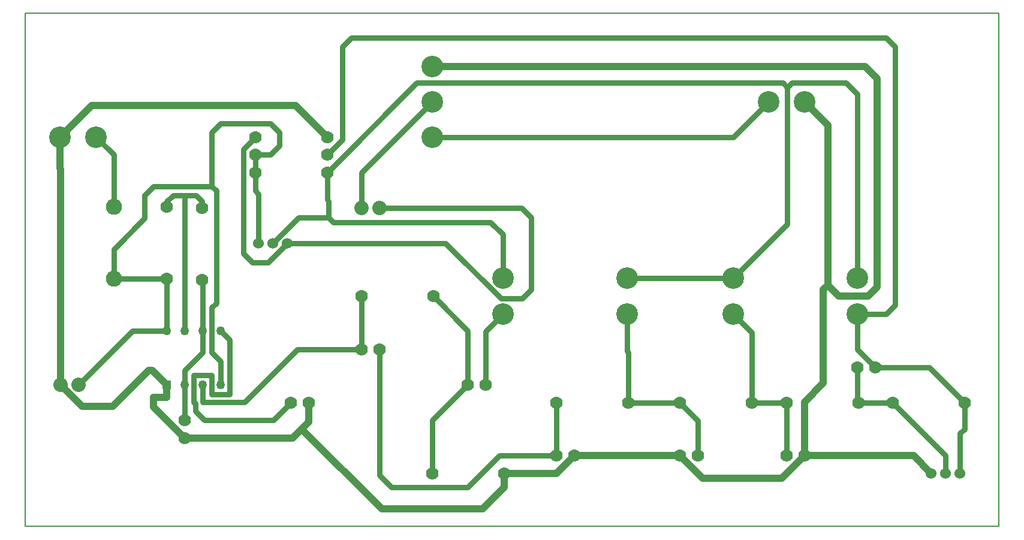
<source format=gbr>
G04 PROTEUS GERBER X2 FILE*
%TF.GenerationSoftware,Labcenter,Proteus,8.13-SP0-Build31525*%
%TF.CreationDate,2022-10-31T03:05:26+00:00*%
%TF.FileFunction,Copper,L2,Bot*%
%TF.FilePolarity,Positive*%
%TF.Part,Single*%
%TF.SameCoordinates,{c032f36a-8843-4a41-912d-e50223fc27ad}*%
%FSLAX45Y45*%
%MOMM*%
G01*
%TA.AperFunction,Conductor*%
%ADD18C,0.762000*%
%ADD19C,1.016000*%
%TA.AperFunction,ComponentPad*%
%ADD10C,3.048000*%
%ADD11C,2.286000*%
%ADD12C,1.778000*%
%ADD13C,2.032000*%
%TA.AperFunction,ComponentPad*%
%ADD14C,1.524000*%
%TA.AperFunction,ComponentPad*%
%ADD15R,1.270000X1.270000*%
%ADD16C,1.270000*%
%TA.AperFunction,Profile*%
%ADD17C,0.203200*%
%TD.AperFunction*%
D18*
X-12750000Y+8250000D02*
X-12500000Y+8000000D01*
X-12500000Y+7266000D01*
X-11750000Y+5512000D02*
X-12234000Y+5512000D01*
X-12996000Y+4750000D01*
X-12500000Y+6250000D02*
X-12500000Y+6667500D01*
X-12065000Y+7102500D01*
X-12065000Y+7429500D01*
X-11938000Y+7556500D01*
X-11112500Y+7556500D01*
X-10500000Y+8000000D02*
X-10287000Y+8000000D01*
X-10160000Y+8127000D01*
X-10160000Y+8318500D01*
X-10287000Y+8445500D01*
X-10985500Y+8445500D01*
X-11112500Y+8318500D01*
X-11112500Y+7556500D01*
X-11049000Y+7493000D01*
X-11049000Y+5905500D01*
X-11115000Y+5839500D01*
X-11115000Y+5207000D01*
X-10988000Y+5080000D01*
X-10988000Y+4750000D01*
X-10500000Y+7750000D02*
X-10500000Y+7493000D01*
X-10453200Y+7446200D01*
X-10453200Y+6750000D01*
X-12500000Y+6250000D02*
X-11750000Y+6250000D01*
X-11750000Y+5512000D01*
X-10500000Y+8000000D02*
X-10500000Y+7750000D01*
X-11496000Y+7429500D02*
X-11338900Y+7429500D01*
X-11250000Y+7340600D01*
X-11250000Y+7250000D01*
X-11496000Y+7429500D02*
X-11661100Y+7429500D01*
X-11750000Y+7340600D01*
X-11750000Y+7266000D01*
X-11496000Y+7366000D02*
X-11496000Y+7429500D01*
X-11496000Y+7366000D02*
X-11496000Y+5512000D01*
X-9000000Y+5250000D02*
X-9906000Y+5250000D01*
X-10647500Y+4508500D01*
X-11242000Y+4508500D01*
X-11242000Y+4750000D01*
X-9000000Y+5250000D02*
X-9000000Y+6000000D01*
X-11496000Y+4750000D02*
X-11496000Y+4953000D01*
X-11242000Y+5207000D01*
X-11242000Y+5512000D01*
X-11242000Y+6226000D01*
X-11250000Y+6234000D01*
X-11496000Y+4750000D02*
X-11496000Y+4254000D01*
X-11500000Y+4250000D01*
X-10988000Y+5512000D02*
X-10858500Y+5382500D01*
X-10858500Y+4616550D01*
X-11115000Y+4616550D01*
X-11115000Y+4889500D01*
X-11369000Y+4889500D01*
X-11369000Y+4508500D01*
X-11345600Y+4485100D01*
X-11345600Y+4381500D01*
X-11218600Y+4254500D01*
X-10245500Y+4254500D01*
X-10000000Y+4500000D01*
X-6250000Y+3750000D02*
X-7048500Y+3750000D01*
X-7496500Y+3302000D01*
X-8572500Y+3302000D01*
X-8746000Y+3475500D01*
X-8746000Y+5250000D01*
X-6250000Y+3750000D02*
X-6250000Y+4500000D01*
X-7500000Y+4750000D02*
X-8000000Y+4250000D01*
X-8000000Y+3500000D01*
X-7500000Y+4750000D02*
X-7500000Y+5516000D01*
X-7984000Y+6000000D01*
X-1500000Y+4500000D02*
X-750000Y+3750000D01*
X-750000Y+3500000D01*
X-1984000Y+4500000D02*
X-2000000Y+4516000D01*
X-2000000Y+5000000D01*
X-1984000Y+4500000D02*
X-1500000Y+4500000D01*
X-10046800Y+6750000D02*
X-10319800Y+6477000D01*
X-10541000Y+6477000D01*
X-10668000Y+6604000D01*
X-10668000Y+8082000D01*
X-10500000Y+8250000D01*
X-10046800Y+6750000D02*
X-7810500Y+6750000D01*
X-7029500Y+5969000D01*
X-6731000Y+5969000D01*
X-6604000Y+6096000D01*
X-6604000Y+7112000D01*
X-6742000Y+7250000D01*
X-8746000Y+7250000D01*
X-8000000Y+8749620D02*
X-9000000Y+7749620D01*
X-9000000Y+7250000D01*
D19*
X-2413000Y+6159500D02*
X-2257500Y+6004000D01*
X-1841500Y+6004000D01*
X-1714500Y+6131000D01*
X-1714500Y+9080500D01*
X-1884000Y+9250000D01*
X-8000000Y+9250000D01*
X-2413000Y+6159500D02*
X-2413000Y+8421000D01*
X-2742000Y+8750000D01*
X-2746000Y+3750000D02*
X-2746000Y+4508500D01*
X-2476500Y+4778000D01*
X-2476500Y+6096000D01*
X-2413000Y+6159500D01*
X-2746000Y+3750000D02*
X-1203200Y+3750000D01*
X-953200Y+3500000D01*
X-11500000Y+3996000D02*
X-11938000Y+4434000D01*
X-11938000Y+4572000D01*
X-5996000Y+3750000D02*
X-6246000Y+3500000D01*
X-6984000Y+3500000D01*
X-13250000Y+4750000D02*
X-12945000Y+4445000D01*
X-12509500Y+4445000D01*
X-12001500Y+4953000D01*
X-11953000Y+4953000D01*
X-11750000Y+4750000D01*
X-11750000Y+4572000D01*
X-11938000Y+4572000D01*
X-13258000Y+8250000D02*
X-13258000Y+7810500D01*
X-13250000Y+7802500D01*
X-13250000Y+4750000D01*
X-13258000Y+8250000D02*
X-12808500Y+8699500D01*
X-9933500Y+8699500D01*
X-9484000Y+8250000D01*
X-4500000Y+3750000D02*
X-4179000Y+3429000D01*
X-3067000Y+3429000D01*
X-2746000Y+3750000D01*
X-5996000Y+3750000D02*
X-4500000Y+3750000D01*
X-6984000Y+3500000D02*
X-6984000Y+3302000D01*
X-7286000Y+3000000D01*
X-8715000Y+3000000D01*
X-9842500Y+4127500D01*
X-11500000Y+3996000D02*
X-9974000Y+3996000D01*
X-9842500Y+4127500D01*
X-9746000Y+4224000D01*
X-9746000Y+4500000D01*
D18*
X-3750000Y+6258000D02*
X-2984500Y+7023500D01*
X-2984500Y+8953500D01*
X-9484000Y+7750000D02*
X-8217000Y+9017000D01*
X-3048000Y+9017000D01*
X-2984500Y+8953500D01*
X-2921000Y+9017000D01*
X-2159000Y+9017000D01*
X-2000000Y+8858000D01*
X-2000000Y+6258000D01*
X-9461500Y+7112000D02*
X-9398000Y+7048500D01*
X-7175500Y+7048500D01*
X-7000000Y+6873000D01*
X-7000000Y+6258000D01*
X-9461500Y+7112000D02*
X-9888000Y+7112000D01*
X-10250000Y+6750000D01*
X-9484000Y+7750000D02*
X-9484000Y+7366000D01*
X-9461500Y+7343500D01*
X-9461500Y+7112000D01*
X-3750000Y+6258000D02*
X-5250000Y+6258000D01*
X-7000000Y+5750000D02*
X-7246000Y+5504000D01*
X-7246000Y+4750000D01*
X-4500000Y+4500000D02*
X-4246000Y+4246000D01*
X-4246000Y+3750000D01*
X-5234000Y+4500000D02*
X-5234000Y+5207000D01*
X-5250000Y+5223000D01*
X-5250000Y+5750000D01*
X-5234000Y+4500000D02*
X-4500000Y+4500000D01*
X-3484000Y+4500000D02*
X-3484000Y+5484000D01*
X-3750000Y+5750000D01*
X-3000000Y+4500000D02*
X-3000000Y+3750000D01*
X-3484000Y+4500000D02*
X-3000000Y+4500000D01*
X-2000000Y+5750000D02*
X-1587500Y+5750000D01*
X-1460500Y+5877000D01*
X-1460500Y+9525000D01*
X-1587500Y+9652000D01*
X-9144000Y+9652000D01*
X-9271000Y+9525000D01*
X-9271000Y+8213000D01*
X-9484000Y+8000000D01*
X-484000Y+4500000D02*
X-984000Y+5000000D01*
X-1746000Y+5000000D01*
X-2000000Y+5750000D02*
X-2000000Y+5254000D01*
X-1746000Y+5000000D01*
X-484000Y+4500000D02*
X-484000Y+4127500D01*
X-546800Y+4064700D01*
X-546800Y+3500000D01*
X-3250000Y+8750000D02*
X-3750760Y+8249240D01*
X-8000000Y+8249240D01*
D10*
X-12750000Y+8250000D03*
X-13258000Y+8250000D03*
X-3250000Y+8750000D03*
X-2742000Y+8750000D03*
D11*
X-12500000Y+7266000D03*
X-12500000Y+6250000D03*
D12*
X-11750000Y+6250000D03*
X-11750000Y+7266000D03*
X-11250000Y+7250000D03*
X-11250000Y+6234000D03*
D10*
X-8000000Y+9250000D03*
X-8000000Y+8749620D03*
X-8000000Y+8249240D03*
D12*
X-10500000Y+8000000D03*
X-9484000Y+8000000D03*
X-10500000Y+7750000D03*
X-9484000Y+7750000D03*
X-10500000Y+8250000D03*
X-9484000Y+8250000D03*
D13*
X-13250000Y+4750000D03*
X-12996000Y+4750000D03*
X-9000000Y+7250000D03*
X-8746000Y+7250000D03*
D14*
X-546800Y+3500000D03*
X-750000Y+3500000D03*
X-953200Y+3500000D03*
D15*
X-11750000Y+4750000D03*
D16*
X-11496000Y+4750000D03*
X-11242000Y+4750000D03*
X-10988000Y+4750000D03*
X-10988000Y+5512000D03*
X-11242000Y+5512000D03*
X-11496000Y+5512000D03*
X-11750000Y+5512000D03*
D10*
X-7000000Y+5750000D03*
X-7000000Y+6258000D03*
X-5250000Y+5750000D03*
X-5250000Y+6258000D03*
X-3750000Y+5750000D03*
X-3750000Y+6258000D03*
X-2000000Y+5750000D03*
X-2000000Y+6258000D03*
D12*
X-11500000Y+4250000D03*
X-11500000Y+3996000D03*
X-6250000Y+4500000D03*
X-5234000Y+4500000D03*
X-4500000Y+4500000D03*
X-3484000Y+4500000D03*
X-3000000Y+4500000D03*
X-1984000Y+4500000D03*
X-1500000Y+4500000D03*
X-484000Y+4500000D03*
D14*
X-10453200Y+6750000D03*
X-10250000Y+6750000D03*
X-10046800Y+6750000D03*
D12*
X-6250000Y+3750000D03*
X-5996000Y+3750000D03*
X-4500000Y+3750000D03*
X-4246000Y+3750000D03*
X-3000000Y+3750000D03*
X-2746000Y+3750000D03*
X-7500000Y+4750000D03*
X-7246000Y+4750000D03*
X-10000000Y+4500000D03*
X-9746000Y+4500000D03*
X-9000000Y+5250000D03*
X-8746000Y+5250000D03*
X-8000000Y+3500000D03*
X-6984000Y+3500000D03*
X-2000000Y+5000000D03*
X-1746000Y+5000000D03*
X-9000000Y+6000000D03*
X-7984000Y+6000000D03*
D17*
X-13750000Y+2750000D02*
X+0Y+2750000D01*
X+0Y+10000000D01*
X-13750000Y+10000000D01*
X-13750000Y+2750000D01*
M02*

</source>
